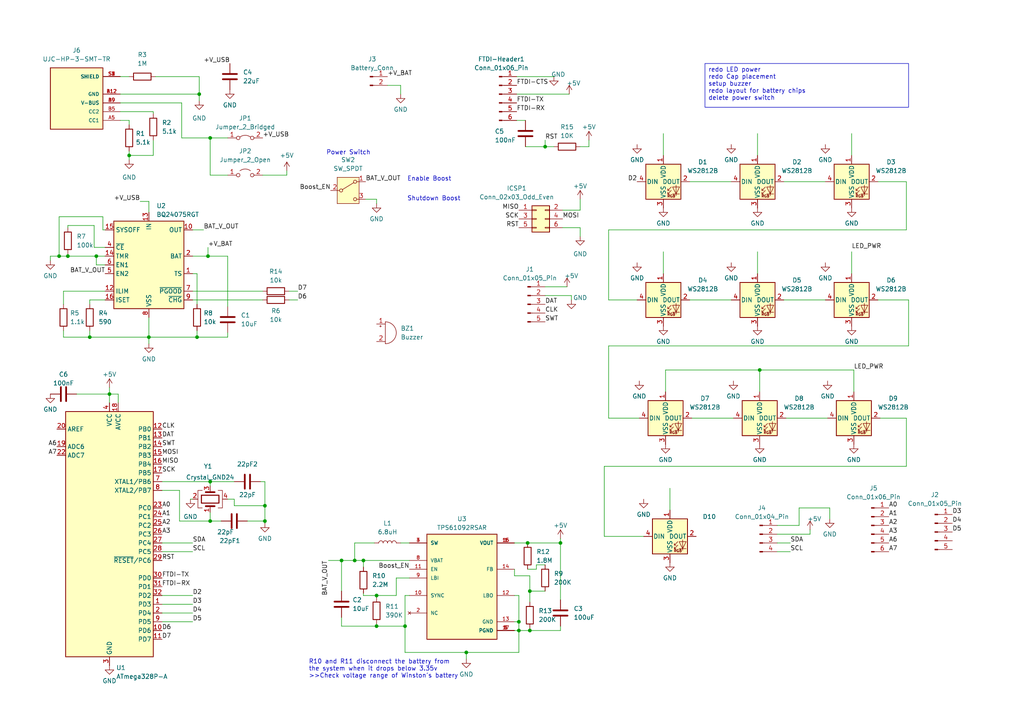
<source format=kicad_sch>
(kicad_sch (version 20230121) (generator eeschema)
  (paper "A4")
  (lib_symbols
    (symbol "Battery_Management:BQ24075RGT"
      (property "Reference" "U" (at -8.89 13.97 0))
      (property "Value" "BQ24075RGT" (at 16.51 13.97 0))
      (symbol "BQ24075RGT_1_1"
        (pin passive line (at 12.7 -2.54 180) (length 2.54) (name "TS") (number "1"))
        (pin power_out line (at 12.7 10.16 180) (length 2.54) (name "OUT") (number "10"))
        (pin passive line (at 12.7 10.16 180) (length 2.54) hide (name "OUT") (number "11"))
        (pin passive line (at -12.7 -7.62 0) (length 2.54) (name "ILIM") (number "12"))
        (pin power_in line (at 0 15.24 270) (length 2.54) (name "IN") (number "13"))
        (pin input line (at -12.7 2.54 0) (length 2.54) (name "TMR") (number "14"))
        (pin input line (at -12.7 10.16 0) (length 2.54) (name "SYSOFF") (number "15"))
        (pin passive line (at -12.7 -10.16 0) (length 2.54) (name "ISET") (number "16"))
        (pin passive line (at 0 -15.24 90) (length 2.54) hide (name "VSS") (number "17"))
        (pin power_out line (at 12.7 2.54 180) (length 2.54) (name "BAT") (number "2"))
        (pin passive line (at 12.7 2.54 180) (length 2.54) hide (name "BAT") (number "3"))
        (pin input line (at -12.7 5.08 0) (length 2.54) (name "~{CE}") (number "4"))
        (pin input line (at -12.7 -2.54 0) (length 2.54) (name "EN2") (number "5"))
        (pin input line (at -12.7 0 0) (length 2.54) (name "EN1") (number "6"))
        (pin open_collector line (at 12.7 -7.62 180) (length 2.54) (name "~{PGOOD}") (number "7"))
        (pin power_in line (at 0 -15.24 90) (length 2.54) (name "VSS") (number "8"))
        (pin open_collector line (at 12.7 -10.16 180) (length 2.54) (name "~{CHG}") (number "9"))
      )
    )
    (symbol "Connector:Conn_01x02_Pin" (pin_names (offset 1.016) hide)
      (property "Reference" "J" (at 0 2.54 0))
      (property "Value" "Conn_01x02_Pin" (at 0 -5.08 0))
      (symbol "Conn_01x02_Pin_1_1"
        (pin passive line (at 5.08 0 180) (length 3.81) (name "Pin_1") (number "1"))
        (pin passive line (at 5.08 -2.54 180) (length 3.81) (name "Pin_2") (number "2"))
      )
    )
    (symbol "Connector:Conn_01x04_Pin" (pin_names (offset 1.016) hide)
      (property "Reference" "J" (at 0 5.08 0))
      (property "Value" "Conn_01x04_Pin" (at 0 -7.62 0))
      (symbol "Conn_01x04_Pin_1_1"
        (pin passive line (at 5.08 2.54 180) (length 3.81) (name "Pin_1") (number "1"))
        (pin passive line (at 5.08 0 180) (length 3.81) (name "Pin_2") (number "2"))
        (pin passive line (at 5.08 -2.54 180) (length 3.81) (name "Pin_3") (number "3"))
        (pin passive line (at 5.08 -5.08 180) (length 3.81) (name "Pin_4") (number "4"))
      )
    )
    (symbol "Connector:Conn_01x05_Pin" (pin_names (offset 1.016) hide)
      (property "Reference" "J" (at 0 7.62 0))
      (property "Value" "Conn_01x05_Pin" (at 0 -7.62 0))
      (symbol "Conn_01x05_Pin_1_1"
        (pin passive line (at 5.08 5.08 180) (length 3.81) (name "Pin_1") (number "1"))
        (pin passive line (at 5.08 2.54 180) (length 3.81) (name "Pin_2") (number "2"))
        (pin passive line (at 5.08 0 180) (length 3.81) (name "Pin_3") (number "3"))
        (pin passive line (at 5.08 -2.54 180) (length 3.81) (name "Pin_4") (number "4"))
        (pin passive line (at 5.08 -5.08 180) (length 3.81) (name "Pin_5") (number "5"))
      )
    )
    (symbol "Connector:Conn_01x06_Pin" (pin_names (offset 1.016) hide)
      (property "Reference" "J" (at 0 7.62 0))
      (property "Value" "Conn_01x06_Pin" (at 0 -10.16 0))
      (symbol "Conn_01x06_Pin_1_1"
        (pin passive line (at 5.08 5.08 180) (length 3.81) (name "Pin_1") (number "1"))
        (pin passive line (at 5.08 2.54 180) (length 3.81) (name "Pin_2") (number "2"))
        (pin passive line (at 5.08 0 180) (length 3.81) (name "Pin_3") (number "3"))
        (pin passive line (at 5.08 -2.54 180) (length 3.81) (name "Pin_4") (number "4"))
        (pin passive line (at 5.08 -5.08 180) (length 3.81) (name "Pin_5") (number "5"))
        (pin passive line (at 5.08 -7.62 180) (length 3.81) (name "Pin_6") (number "6"))
      )
    )
    (symbol "Connector_Generic:Conn_02x03_Odd_Even" (pin_names (offset 1.016) hide)
      (property "Reference" "J" (at 1.27 5.08 0))
      (property "Value" "Conn_02x03_Odd_Even" (at 1.27 -5.08 0))
      (symbol "Conn_02x03_Odd_Even_1_1"
        (pin passive line (at -5.08 2.54 0) (length 3.81) (name "Pin_1") (number "1"))
        (pin passive line (at 7.62 2.54 180) (length 3.81) (name "Pin_2") (number "2"))
        (pin passive line (at -5.08 0 0) (length 3.81) (name "Pin_3") (number "3"))
        (pin passive line (at 7.62 0 180) (length 3.81) (name "Pin_4") (number "4"))
        (pin passive line (at -5.08 -2.54 0) (length 3.81) (name "Pin_5") (number "5"))
        (pin passive line (at 7.62 -2.54 180) (length 3.81) (name "Pin_6") (number "6"))
      )
    )
    (symbol "Device:Buzzer" (pin_names (offset 0.0254) hide)
      (property "Reference" "BZ" (at 3.81 1.27 0))
      (property "Value" "Buzzer" (at 3.81 -1.27 0))
      (symbol "Buzzer_1_1"
        (pin passive line (at -2.54 2.54 0) (length 2.54) (name "+") (number "1"))
        (pin passive line (at -2.54 -2.54 0) (length 2.54) (name "-") (number "2"))
      )
    )
    (symbol "Device:C" (pin_numbers hide) (pin_names (offset 0.254))
      (property "Reference" "C" (at 0.635 2.54 0))
      (property "Value" "C" (at 0.635 -2.54 0))
      (symbol "C_1_1"
        (pin passive line (at 0 3.81 270) (length 2.794) (name "~") (number "1"))
        (pin passive line (at 0 -3.81 90) (length 2.794) (name "~") (number "2"))
      )
    )
    (symbol "Device:Crystal_GND24" (pin_names (offset 1.016) hide)
      (property "Reference" "Y" (at 3.175 5.08 0))
      (property "Value" "Crystal_GND24" (at 3.175 3.175 0))
      (symbol "Crystal_GND24_1_1"
        (pin passive line (at -3.81 0 0) (length 1.27) (name "1") (number "1"))
        (pin passive line (at 0 5.08 270) (length 1.27) (name "2") (number "2"))
        (pin passive line (at 3.81 0 180) (length 1.27) (name "3") (number "3"))
        (pin passive line (at 0 -5.08 90) (length 1.27) (name "4") (number "4"))
      )
    )
    (symbol "Device:L" (pin_numbers hide) (pin_names (offset 1.016) hide)
      (property "Reference" "L" (at -1.27 0 90))
      (property "Value" "L" (at 1.905 0 90))
      (symbol "L_1_1"
        (pin passive line (at 0 3.81 270) (length 1.27) (name "1") (number "1"))
        (pin passive line (at 0 -3.81 90) (length 1.27) (name "2") (number "2"))
      )
    )
    (symbol "Device:R" (pin_numbers hide) (pin_names (offset 0))
      (property "Reference" "R" (at 2.032 0 90))
      (property "Value" "R" (at 0 0 90))
      (symbol "R_1_1"
        (pin passive line (at 0 3.81 270) (length 1.27) (name "~") (number "1"))
        (pin passive line (at 0 -3.81 90) (length 1.27) (name "~") (number "2"))
      )
    )
    (symbol "Jumper:Jumper_2_Bridged" (pin_names (offset 0) hide)
      (property "Reference" "JP" (at 0 1.905 0))
      (property "Value" "Jumper_2_Bridged" (at 0 -2.54 0))
      (symbol "Jumper_2_Bridged_1_1"
        (pin passive line (at -5.08 0 0) (length 2.54) (name "A") (number "1"))
        (pin passive line (at 5.08 0 180) (length 2.54) (name "B") (number "2"))
      )
    )
    (symbol "Jumper:Jumper_2_Open" (pin_names (offset 0) hide)
      (property "Reference" "JP" (at 0 2.794 0))
      (property "Value" "Jumper_2_Open" (at 0 -2.286 0))
      (symbol "Jumper_2_Open_1_1"
        (pin passive line (at -5.08 0 0) (length 2.54) (name "A") (number "1"))
        (pin passive line (at 5.08 0 180) (length 2.54) (name "B") (number "2"))
      )
    )
    (symbol "LED:WS2812B" (pin_names (offset 0.254))
      (property "Reference" "D" (at 5.08 5.715 0))
      (property "Value" "WS2812B" (at 1.27 -5.715 0))
      (symbol "WS2812B_0_0"
        (text "RGB" (at 2.286 -4.191 0) (effects (font (size 0.762 0.762))))
      )
      (symbol "WS2812B_1_1"
        (pin power_in line (at 0 7.62 270) (length 2.54) (name "VDD") (number "1"))
        (pin output line (at 7.62 0 180) (length 2.54) (name "DOUT") (number "2"))
        (pin power_in line (at 0 -7.62 90) (length 2.54) (name "VSS") (number "3"))
        (pin input line (at -7.62 0 0) (length 2.54) (name "DIN") (number "4"))
      )
    )
    (symbol "MCU_Microchip_ATmega:ATmega328P-A"
      (property "Reference" "U" (at -12.7 36.83 0))
      (property "Value" "ATmega328P-A" (at 2.54 -36.83 0))
      (symbol "ATmega328P-A_1_1"
        (pin bidirectional line (at 15.24 -20.32 180) (length 2.54) (name "PD3") (number "1"))
        (pin bidirectional line (at 15.24 -27.94 180) (length 2.54) (name "PD6") (number "10"))
        (pin bidirectional line (at 15.24 -30.48 180) (length 2.54) (name "PD7") (number "11"))
        (pin bidirectional line (at 15.24 30.48 180) (length 2.54) (name "PB0") (number "12"))
        (pin bidirectional line (at 15.24 27.94 180) (length 2.54) (name "PB1") (number "13"))
        (pin bidirectional line (at 15.24 25.4 180) (length 2.54) (name "PB2") (number "14"))
        (pin bidirectional line (at 15.24 22.86 180) (length 2.54) (name "PB3") (number "15"))
        (pin bidirectional line (at 15.24 20.32 180) (length 2.54) (name "PB4") (number "16"))
        (pin bidirectional line (at 15.24 17.78 180) (length 2.54) (name "PB5") (number "17"))
        (pin power_in line (at 2.54 38.1 270) (length 2.54) (name "AVCC") (number "18"))
        (pin input line (at -15.24 25.4 0) (length 2.54) (name "ADC6") (number "19"))
        (pin bidirectional line (at 15.24 -22.86 180) (length 2.54) (name "PD4") (number "2"))
        (pin passive line (at -15.24 30.48 0) (length 2.54) (name "AREF") (number "20"))
        (pin passive line (at 0 -38.1 90) (length 2.54) hide (name "GND") (number "21"))
        (pin input line (at -15.24 22.86 0) (length 2.54) (name "ADC7") (number "22"))
        (pin bidirectional line (at 15.24 7.62 180) (length 2.54) (name "PC0") (number "23"))
        (pin bidirectional line (at 15.24 5.08 180) (length 2.54) (name "PC1") (number "24"))
        (pin bidirectional line (at 15.24 2.54 180) (length 2.54) (name "PC2") (number "25"))
        (pin bidirectional line (at 15.24 0 180) (length 2.54) (name "PC3") (number "26"))
        (pin bidirectional line (at 15.24 -2.54 180) (length 2.54) (name "PC4") (number "27"))
        (pin bidirectional line (at 15.24 -5.08 180) (length 2.54) (name "PC5") (number "28"))
        (pin bidirectional line (at 15.24 -7.62 180) (length 2.54) (name "~{RESET}/PC6") (number "29"))
        (pin power_in line (at 0 -38.1 90) (length 2.54) (name "GND") (number "3"))
        (pin bidirectional line (at 15.24 -12.7 180) (length 2.54) (name "PD0") (number "30"))
        (pin bidirectional line (at 15.24 -15.24 180) (length 2.54) (name "PD1") (number "31"))
        (pin bidirectional line (at 15.24 -17.78 180) (length 2.54) (name "PD2") (number "32"))
        (pin power_in line (at 0 38.1 270) (length 2.54) (name "VCC") (number "4"))
        (pin passive line (at 0 -38.1 90) (length 2.54) hide (name "GND") (number "5"))
        (pin passive line (at 0 38.1 270) (length 2.54) hide (name "VCC") (number "6"))
        (pin bidirectional line (at 15.24 15.24 180) (length 2.54) (name "XTAL1/PB6") (number "7"))
        (pin bidirectional line (at 15.24 12.7 180) (length 2.54) (name "XTAL2/PB7") (number "8"))
        (pin bidirectional line (at 15.24 -25.4 180) (length 2.54) (name "PD5") (number "9"))
      )
    )
    (symbol "Switch:SW_SPDT" (pin_names (offset 0) hide)
      (property "Reference" "SW" (at 0 5.08 0))
      (property "Value" "SW_SPDT" (at 0 -5.08 0))
      (symbol "SW_SPDT_1_1"
        (pin passive line (at 5.08 2.54 180) (length 2.54) (name "A") (number "1"))
        (pin passive line (at -5.08 0 0) (length 2.54) (name "B") (number "2"))
        (pin passive line (at 5.08 -2.54 180) (length 2.54) (name "C") (number "3"))
      )
    )
    (symbol "TPS61092RSAR:TPS61092RSAR" (pin_names (offset 1.016))
      (property "Reference" "U" (at -10.16 16.002 0))
      (property "Value" "TPS61092RSAR" (at -10.16 -17.78 0))
      (symbol "TPS61092RSAR_0_0"
        (pin output line (at 15.24 12.7 180) (length 5.08) (name "VOUT") (number "1"))
        (pin input line (at -15.24 -2.54 0) (length 5.08) (name "SYNC") (number "10"))
        (pin input line (at -15.24 5.08 0) (length 5.08) (name "EN") (number "11"))
        (pin output line (at 15.24 -2.54 180) (length 5.08) (name "LBO") (number "12"))
        (pin power_in line (at 15.24 -10.16 180) (length 5.08) (name "GND") (number "13"))
        (pin input line (at 15.24 5.08 180) (length 5.08) (name "FB") (number "14"))
        (pin output line (at 15.24 12.7 180) (length 5.08) (name "VOUT") (number "15"))
        (pin output line (at 15.24 12.7 180) (length 5.08) (name "VOUT") (number "16"))
        (pin power_in line (at 15.24 -12.7 180) (length 5.08) (name "PGND") (number "17"))
        (pin no_connect line (at -15.24 -7.62 0) (length 5.08) (name "NC") (number "2"))
        (pin input line (at -15.24 12.7 0) (length 5.08) (name "SW") (number "3"))
        (pin input line (at -15.24 12.7 0) (length 5.08) (name "SW") (number "4"))
        (pin power_in line (at 15.24 -12.7 180) (length 5.08) (name "PGND") (number "5"))
        (pin power_in line (at 15.24 -12.7 180) (length 5.08) (name "PGND") (number "6"))
        (pin power_in line (at 15.24 -12.7 180) (length 5.08) (name "PGND") (number "7"))
        (pin input line (at -15.24 7.62 0) (length 5.08) (name "VBAT") (number "8"))
        (pin input line (at -15.24 2.54 0) (length 5.08) (name "LBI") (number "9"))
      )
    )
    (symbol "UJC-HP-3-SMT-TR:UJC-HP-3-SMT-TR" (pin_names (offset 1.016))
      (property "Reference" "J" (at -7.62 8.89 0))
      (property "Value" "UJC-HP-3-SMT-TR" (at -7.62 -11.43 0))
      (symbol "UJC-HP-3-SMT-TR_0_0"
        (pin power_in line (at -12.7 -2.54 0) (length 5.08) (name "GND") (number "A12"))
        (pin bidirectional line (at -12.7 5.08 0) (length 5.08) (name "CC1") (number "A5"))
        (pin power_in line (at -12.7 0 0) (length 5.08) (name "V-BUS") (number "A9"))
        (pin power_in line (at -12.7 -2.54 0) (length 5.08) (name "GND") (number "B12"))
        (pin bidirectional line (at -12.7 2.54 0) (length 5.08) (name "CC2") (number "B5"))
        (pin power_in line (at -12.7 0 0) (length 5.08) (name "V-BUS") (number "B9"))
        (pin passive line (at -12.7 -7.62 0) (length 5.08) (name "SHIELD") (number "S1"))
        (pin passive line (at -12.7 -7.62 0) (length 5.08) (name "SHIELD") (number "S2"))
        (pin passive line (at -12.7 -7.62 0) (length 5.08) (name "SHIELD") (number "S3"))
        (pin passive line (at -12.7 -7.62 0) (length 5.08) (name "SHIELD") (number "S4"))
      )
    )
    (symbol "power:+5V" (power) (pin_names (offset 0))
      (property "Value" "+5V" (at 0 3.556 0))
      (symbol "+5V_1_1"
        (pin power_in line (at 0 0 90) (length 0) hide (name "+5V") (number "1"))
      )
    )
    (symbol "power:GND" (power) (pin_names (offset 0))
      (property "Value" "GND" (at 0 -3.81 0))
      (symbol "GND_1_1"
        (pin power_in line (at 0 0 270) (length 0) hide (name "GND") (number "1"))
      )
    )
  )
  (junction (at 57.15 97.79))
  (junction (at 60.96 151.13))
  (junction (at 105.41 162.56))
  (junction (at 27.94 74.295))
  (junction (at 135.255 189.23))
  (junction (at 26.035 97.79))
  (junction (at 60.325 74.295))
  (junction (at 150.495 180.34))
  (junction (at 162.56 157.48))
  (junction (at 102.87 162.56))
  (junction (at 109.22 181.61))
  (junction (at 60.96 139.7))
  (junction (at 150.495 182.88))
  (junction (at 158.115 42.545))
  (junction (at 37.465 45.085))
  (junction (at 19.685 74.295))
  (junction (at 220.345 107.315))
  (junction (at 60.96 40.005))
  (junction (at 17.145 74.295))
  (junction (at 57.785 27.305))
  (junction (at 31.75 114.3))
  (junction (at 117.475 181.61))
  (junction (at 76.835 151.13))
  (junction (at 99.06 162.56))
  (junction (at 153.67 171.45))
  (junction (at 153.67 182.88))
  (junction (at 76.835 146.685))
  (junction (at 43.18 97.79))
  (junction (at 153.035 157.48))
  (junction (at 109.22 172.72))
  (wire (pts (xy 227.33 52.705) (xy 239.395 52.705)))
  (wire (pts (xy 149.225 172.72) (xy 150.495 172.72)))
  (wire (pts (xy 168.275 57.785) (xy 168.275 60.96)))
  (wire (pts (xy 106.045 57.785) (xy 109.22 57.785)))
  (wire (pts (xy 240.665 147.32) (xy 240.665 150.495)))
  (wire (pts (xy 149.225 180.34) (xy 150.495 180.34)))
  (wire (pts (xy 34.925 27.305) (xy 57.785 27.305)))
  (wire (pts (xy 57.15 95.885) (xy 57.15 97.79)))
  (wire (pts (xy 153.67 182.245) (xy 153.67 182.88)))
  (wire (pts (xy 30.48 84.455) (xy 18.415 84.455)))
  (wire (pts (xy 176.53 86.995) (xy 184.785 86.995)))
  (wire (pts (xy 117.475 189.23) (xy 135.255 189.23)))
  (wire (pts (xy 176.53 121.285) (xy 185.42 121.285)))
  (wire (pts (xy 46.99 139.7) (xy 60.96 139.7)))
  (wire (pts (xy 27.94 76.835) (xy 27.94 74.295)))
  (wire (pts (xy 30.48 71.755) (xy 27.305 71.755)))
  (wire (pts (xy 170.815 42.545) (xy 170.815 40.64)))
  (wire (pts (xy 55.88 84.455) (xy 76.2 84.455)))
  (wire (pts (xy 175.26 135.255) (xy 175.26 155.575)))
  (wire (pts (xy 60.96 139.7) (xy 67.945 139.7)))
  (wire (pts (xy 231.775 147.32) (xy 240.665 147.32)))
  (wire (pts (xy 225.425 152.4) (xy 231.775 152.4)))
  (wire (pts (xy 200.66 121.285) (xy 212.725 121.285)))
  (wire (pts (xy 200.025 52.705) (xy 212.09 52.705)))
  (wire (pts (xy 30.48 86.995) (xy 26.035 86.995)))
  (wire (pts (xy 158.115 42.545) (xy 160.655 42.545)))
  (wire (pts (xy 99.06 162.56) (xy 95.25 162.56)))
  (wire (pts (xy 60.96 148.59) (xy 60.96 151.13)))
  (wire (pts (xy 52.07 142.24) (xy 52.07 151.13)))
  (wire (pts (xy 37.465 45.085) (xy 37.465 43.815)))
  (wire (pts (xy 234.95 154.94) (xy 225.425 154.94)))
  (wire (pts (xy 57.15 97.79) (xy 66.04 97.79)))
  (wire (pts (xy 55.88 86.995) (xy 76.2 86.995)))
  (wire (pts (xy 109.22 172.72) (xy 109.22 173.355)))
  (wire (pts (xy 158.115 85.725) (xy 165.735 85.725)))
  (wire (pts (xy 262.89 66.675) (xy 176.53 66.675)))
  (wire (pts (xy 99.06 179.07) (xy 99.06 181.61)))
  (wire (pts (xy 162.56 173.99) (xy 162.56 157.48)))
  (wire (pts (xy 34.925 34.925) (xy 37.465 34.925)))
  (wire (pts (xy 66.04 74.295) (xy 66.04 88.9)))
  (wire (pts (xy 135.255 191.135) (xy 135.255 189.23)))
  (wire (pts (xy 109.22 180.975) (xy 109.22 181.61)))
  (wire (pts (xy 168.275 60.96) (xy 163.195 60.96)))
  (wire (pts (xy 149.225 157.48) (xy 153.035 157.48)))
  (wire (pts (xy 55.245 144.78) (xy 55.88 144.78)))
  (wire (pts (xy 37.465 45.085) (xy 44.45 45.085)))
  (wire (pts (xy 254.635 86.995) (xy 263.525 86.995)))
  (wire (pts (xy 155.575 163.83) (xy 155.575 165.1)))
  (wire (pts (xy 227.965 121.285) (xy 240.03 121.285)))
  (wire (pts (xy 34.925 22.225) (xy 37.465 22.225)))
  (wire (pts (xy 29.845 62.865) (xy 17.145 62.865)))
  (wire (pts (xy 76.835 139.7) (xy 76.835 146.685)))
  (wire (pts (xy 225.425 160.02) (xy 229.235 160.02)))
  (wire (pts (xy 117.475 172.72) (xy 117.475 181.61)))
  (wire (pts (xy 150.495 189.23) (xy 150.495 182.88)))
  (wire (pts (xy 168.275 42.545) (xy 170.815 42.545)))
  (wire (pts (xy 40.64 58.42) (xy 43.18 58.42)))
  (wire (pts (xy 57.785 27.305) (xy 57.785 29.21)))
  (wire (pts (xy 60.96 140.97) (xy 60.96 139.7)))
  (wire (pts (xy 46.99 172.72) (xy 55.88 172.72)))
  (wire (pts (xy 31.75 114.3) (xy 31.75 116.84)))
  (wire (pts (xy 17.145 74.295) (xy 19.685 74.295)))
  (wire (pts (xy 262.89 121.285) (xy 262.89 135.255)))
  (wire (pts (xy 158.115 83.185) (xy 164.465 83.185)))
  (wire (pts (xy 102.87 162.56) (xy 105.41 162.56)))
  (wire (pts (xy 105.41 172.72) (xy 105.41 172.085)))
  (wire (pts (xy 219.71 38.735) (xy 219.71 45.085)))
  (wire (pts (xy 162.56 156.21) (xy 162.56 157.48)))
  (wire (pts (xy 31.75 114.3) (xy 34.29 114.3)))
  (wire (pts (xy 102.87 157.48) (xy 102.87 162.56)))
  (wire (pts (xy 227.33 86.995) (xy 239.395 86.995)))
  (wire (pts (xy 150.495 182.88) (xy 153.67 182.88)))
  (wire (pts (xy 26.035 86.995) (xy 26.035 88.265)))
  (wire (pts (xy 34.925 32.385) (xy 44.45 32.385)))
  (wire (pts (xy 18.415 97.79) (xy 26.035 97.79)))
  (wire (pts (xy 175.26 155.575) (xy 186.69 155.575)))
  (wire (pts (xy 149.225 165.1) (xy 149.225 167.005)))
  (wire (pts (xy 22.225 114.3) (xy 31.75 114.3)))
  (wire (pts (xy 176.53 100.33) (xy 176.53 121.285)))
  (wire (pts (xy 17.145 62.865) (xy 17.145 74.295)))
  (wire (pts (xy 116.205 24.765) (xy 116.205 27.305)))
  (wire (pts (xy 55.88 74.295) (xy 60.325 74.295)))
  (wire (pts (xy 234.95 153.67) (xy 234.95 154.94)))
  (wire (pts (xy 34.29 114.3) (xy 34.29 116.84)))
  (wire (pts (xy 27.305 71.755) (xy 27.305 65.405)))
  (wire (pts (xy 66.04 96.52) (xy 66.04 97.79)))
  (wire (pts (xy 108.585 157.48) (xy 102.87 157.48)))
  (wire (pts (xy 149.86 22.225) (xy 160.655 22.225)))
  (wire (pts (xy 55.88 160.02) (xy 46.99 160.02)))
  (wire (pts (xy 57.15 79.375) (xy 57.15 88.265)))
  (wire (pts (xy 83.185 50.8) (xy 83.185 49.53)))
  (wire (pts (xy 26.035 97.79) (xy 43.18 97.79)))
  (wire (pts (xy 219.71 73.025) (xy 219.71 79.375)))
  (wire (pts (xy 247.015 38.735) (xy 247.015 45.085)))
  (wire (pts (xy 99.06 171.45) (xy 99.06 162.56)))
  (wire (pts (xy 149.225 167.005) (xy 153.67 167.005)))
  (wire (pts (xy 263.525 86.995) (xy 263.525 100.33)))
  (wire (pts (xy 60.96 151.13) (xy 64.135 151.13)))
  (wire (pts (xy 153.035 157.48) (xy 162.56 157.48)))
  (wire (pts (xy 37.465 34.925) (xy 37.465 36.195)))
  (wire (pts (xy 118.745 167.64) (xy 114.935 167.64)))
  (wire (pts (xy 60.325 71.755) (xy 60.325 74.295)))
  (wire (pts (xy 99.06 162.56) (xy 102.87 162.56)))
  (wire (pts (xy 153.67 182.88) (xy 162.56 182.88)))
  (wire (pts (xy 109.22 181.61) (xy 117.475 181.61)))
  (wire (pts (xy 168.275 66.04) (xy 163.195 66.04)))
  (wire (pts (xy 114.935 167.64) (xy 114.935 172.72)))
  (wire (pts (xy 149.86 27.305) (xy 165.1 27.305)))
  (wire (pts (xy 14.605 74.295) (xy 17.145 74.295)))
  (wire (pts (xy 55.88 66.675) (xy 59.055 66.675)))
  (wire (pts (xy 37.465 45.085) (xy 37.465 46.355)))
  (wire (pts (xy 109.22 172.72) (xy 114.935 172.72)))
  (wire (pts (xy 99.06 181.61) (xy 109.22 181.61)))
  (wire (pts (xy 153.67 167.005) (xy 153.67 171.45)))
  (wire (pts (xy 153.67 171.45) (xy 158.115 171.45)))
  (wire (pts (xy 158.115 163.83) (xy 155.575 163.83)))
  (wire (pts (xy 76.835 146.685) (xy 76.835 151.13)))
  (wire (pts (xy 262.89 135.255) (xy 175.26 135.255)))
  (wire (pts (xy 19.685 73.66) (xy 19.685 74.295)))
  (wire (pts (xy 150.495 182.88) (xy 149.225 182.88)))
  (wire (pts (xy 31.75 112.395) (xy 31.75 114.3)))
  (wire (pts (xy 52.705 29.845) (xy 52.705 40.005)))
  (wire (pts (xy 162.56 181.61) (xy 162.56 182.88)))
  (wire (pts (xy 200.025 86.995) (xy 212.09 86.995)))
  (wire (pts (xy 153.67 171.45) (xy 153.67 174.625)))
  (wire (pts (xy 46.99 142.24) (xy 52.07 142.24)))
  (wire (pts (xy 262.89 52.705) (xy 262.89 66.675)))
  (wire (pts (xy 105.41 172.72) (xy 109.22 172.72)))
  (wire (pts (xy 225.425 157.48) (xy 229.235 157.48)))
  (wire (pts (xy 149.86 34.925) (xy 152.4 34.925)))
  (wire (pts (xy 109.22 57.785) (xy 109.22 59.055)))
  (wire (pts (xy 263.525 100.33) (xy 176.53 100.33)))
  (wire (pts (xy 60.96 40.005) (xy 66.04 40.005)))
  (wire (pts (xy 27.94 74.295) (xy 30.48 74.295)))
  (wire (pts (xy 135.255 189.23) (xy 150.495 189.23)))
  (wire (pts (xy 150.495 172.72) (xy 150.495 180.34)))
  (wire (pts (xy 19.685 65.405) (xy 19.685 66.04)))
  (wire (pts (xy 55.88 157.48) (xy 46.99 157.48)))
  (wire (pts (xy 254.635 52.705) (xy 262.89 52.705)))
  (wire (pts (xy 57.785 22.225) (xy 57.785 27.305)))
  (wire (pts (xy 76.835 151.13) (xy 76.835 151.765)))
  (wire (pts (xy 46.99 175.26) (xy 55.88 175.26)))
  (wire (pts (xy 76.2 50.8) (xy 83.185 50.8)))
  (wire (pts (xy 255.27 121.285) (xy 262.89 121.285)))
  (wire (pts (xy 18.415 84.455) (xy 18.415 88.265)))
  (wire (pts (xy 118.745 172.72) (xy 117.475 172.72)))
  (wire (pts (xy 105.41 162.56) (xy 118.745 162.56)))
  (wire (pts (xy 116.205 157.48) (xy 118.745 157.48)))
  (wire (pts (xy 71.755 151.13) (xy 76.835 151.13)))
  (wire (pts (xy 158.115 42.545) (xy 158.115 40.64)))
  (wire (pts (xy 60.325 74.295) (xy 66.04 74.295)))
  (wire (pts (xy 168.275 68.58) (xy 168.275 66.04)))
  (wire (pts (xy 67.945 144.78) (xy 67.945 146.685)))
  (wire (pts (xy 83.82 86.995) (xy 86.36 86.995)))
  (wire (pts (xy 44.45 32.385) (xy 44.45 33.02)))
  (wire (pts (xy 105.41 162.56) (xy 105.41 164.465)))
  (wire (pts (xy 220.345 107.315) (xy 220.345 113.665)))
  (wire (pts (xy 194.31 141.605) (xy 194.31 147.955)))
  (wire (pts (xy 26.035 95.885) (xy 26.035 97.79)))
  (wire (pts (xy 247.65 107.315) (xy 247.65 113.665)))
  (wire (pts (xy 165.735 85.725) (xy 165.735 86.995)))
  (wire (pts (xy 45.085 22.225) (xy 57.785 22.225)))
  (wire (pts (xy 52.07 151.13) (xy 60.96 151.13)))
  (wire (pts (xy 86.36 84.455) (xy 83.82 84.455)))
  (wire (pts (xy 43.18 97.79) (xy 43.18 99.695)))
  (wire (pts (xy 67.945 146.685) (xy 76.835 146.685)))
  (wire (pts (xy 55.88 79.375) (xy 57.15 79.375)))
  (wire (pts (xy 66.04 144.78) (xy 67.945 144.78)))
  (wire (pts (xy 60.96 50.8) (xy 60.96 40.005)))
  (wire (pts (xy 29.845 66.675) (xy 29.845 62.865)))
  (wire (pts (xy 46.99 180.34) (xy 55.88 180.34)))
  (wire (pts (xy 193.04 107.315) (xy 220.345 107.315)))
  (wire (pts (xy 19.685 74.295) (xy 27.94 74.295)))
  (wire (pts (xy 19.685 65.405) (xy 27.305 65.405)))
  (wire (pts (xy 30.48 66.675) (xy 29.845 66.675)))
  (wire (pts (xy 43.18 97.79) (xy 57.15 97.79)))
  (wire (pts (xy 66.04 50.8) (xy 60.96 50.8)))
  (wire (pts (xy 150.495 180.34) (xy 150.495 182.88)))
  (wire (pts (xy 247.015 73.025) (xy 247.015 79.375)))
  (wire (pts (xy 52.705 40.005) (xy 60.96 40.005)))
  (wire (pts (xy 43.18 61.595) (xy 43.18 58.42)))
  (wire (pts (xy 30.48 76.835) (xy 27.94 76.835)))
  (wire (pts (xy 192.405 73.025) (xy 192.405 79.375)))
  (wire (pts (xy 112.395 24.765) (xy 116.205 24.765)))
  (wire (pts (xy 176.53 66.675) (xy 176.53 86.995)))
  (wire (pts (xy 152.4 42.545) (xy 158.115 42.545)))
  (wire (pts (xy 193.04 107.315) (xy 193.04 113.665)))
  (wire (pts (xy 43.18 92.075) (xy 43.18 97.79)))
  (wire (pts (xy 231.775 152.4) (xy 231.775 147.32)))
  (wire (pts (xy 18.415 95.885) (xy 18.415 97.79)))
  (wire (pts (xy 155.575 165.1) (xy 153.035 165.1)))
  (wire (pts (xy 34.925 29.845) (xy 52.705 29.845)))
  (wire (pts (xy 14.605 74.295) (xy 14.605 75.565)))
  (wire (pts (xy 220.345 107.315) (xy 247.65 107.315)))
  (wire (pts (xy 44.45 45.085) (xy 44.45 40.64)))
  (wire (pts (xy 192.405 38.735) (xy 192.405 45.085)))
  (wire (pts (xy 75.565 139.7) (xy 76.835 139.7)))
  (wire (pts (xy 46.99 177.8) (xy 55.88 177.8)))
  (wire (pts (xy 117.475 181.61) (xy 117.475 189.23)))
  (text_box "redo LED power\nredo Cap placement\nsetup buzzer\nredo layout for battery chips\ndelete power switch" (at 204.47 18.415 0) (size 59.055 12.7) (effects (font (size 1.27 1.27)) (justify left top)))
  (text "Enable Boost" (at 118.11 52.705 0) (effects (font (size 1.27 1.27)) (justify left bottom)))
  (text "R10 and R11 disconnect the battery from\nthe system when it drops below 3.35v\n>>Check voltage range of Winston's battery" (at 89.535 196.85 0) (effects (font (size 1.27 1.27)) (justify left bottom)))
  (text "Shutdown Boost" (at 118.11 58.42 0) (effects (font (size 1.27 1.27)) (justify left bottom)))
  (text "Power Switch" (at 94.615 45.085 0) (effects (font (size 1.27 1.27)) (justify left bottom)))
  (label "A6" (at 257.81 157.48 0))
  (label "SCK" (at 46.99 137.16 0))
  (label "A7" (at 16.51 132.08 180))
  (label "Boost_EN" (at 118.745 165.1 180))
  (label "FTDI-TX" (at 149.86 29.845 0))
  (label "SWT" (at 158.115 93.345 0))
  (label "BAT_V_OUT" (at 106.045 52.705 0))
  (label "D5" (at 276.225 154.305 0))
  (label "CLK" (at 46.99 124.46 0))
  (label "A0" (at 257.81 147.32 0))
  (label "A1" (at 46.99 149.86 0))
  (label "A7" (at 257.81 160.02 0))
  (label "SDA" (at 55.88 157.48 0))
  (label "SCK" (at 150.495 63.5 180))
  (label "D4" (at 55.88 177.8 0))
  (label "MOSI" (at 46.99 132.08 0))
  (label "BAT_V_OUT" (at 59.055 66.675 0))
  (label "FTDI-CTS" (at 149.86 24.765 0))
  (label "FTDI-TX" (at 46.99 167.64 0))
  (label "LED_PWR" (at 247.65 107.315 0))
  (label "SDA" (at 229.235 157.48 0))
  (label "A2" (at 46.99 152.4 0))
  (label "DAT" (at 158.115 88.265 0))
  (label "MOSI" (at 163.195 63.5 0))
  (label "D2" (at 184.785 52.705 180))
  (label "LED_PWR" (at 247.015 72.39 0))
  (label "A2" (at 257.81 152.4 0))
  (label "D3" (at 276.225 149.225 0))
  (label "BAT_V_OUT" (at 95.25 162.56 270))
  (label "RST" (at 46.99 162.56 0))
  (label "D7" (at 86.36 84.455 0))
  (label "RST" (at 158.115 40.64 0))
  (label "MISO" (at 150.495 60.96 180))
  (label "FTDI-RX" (at 46.99 170.18 0))
  (label "+V_USB" (at 76.2 40.005 0))
  (label "D5" (at 55.88 180.34 0))
  (label "SCL" (at 229.235 160.02 0))
  (label "A1" (at 257.81 149.86 0))
  (label "RST" (at 150.495 66.04 180))
  (label "BAT_V_OUT" (at 30.48 79.375 180))
  (label "A6" (at 16.51 129.54 180))
  (label "FTDI-RX" (at 149.86 32.385 0))
  (label "D6" (at 46.99 182.88 0))
  (label "+V_BAT" (at 60.325 71.755 0))
  (label "D7" (at 46.99 185.42 0))
  (label "D6" (at 86.36 86.995 0))
  (label "D3" (at 55.88 175.26 0))
  (label "+V_BAT" (at 112.395 22.225 0))
  (label "+V_USB" (at 66.675 18.415 180))
  (label "MISO" (at 46.99 134.62 0))
  (label "A0" (at 46.99 147.32 0))
  (label "CLK" (at 158.115 90.805 0))
  (label "DAT" (at 46.99 127 0))
  (label "A3" (at 257.81 154.94 0))
  (label "A3" (at 46.99 154.94 0))
  (label "+V_USB" (at 40.64 58.42 180))
  (label "Boost_EN" (at 95.885 55.245 180))
  (label "SCL" (at 55.88 160.02 0))
  (label "SWT" (at 46.99 129.54 0))
  (label "D2" (at 55.88 172.72 0))
  (label "D4" (at 276.225 151.765 0))
  (symbol (lib_id "power:GND") (at 212.09 76.2 0) (mirror y) (unit 1)
    (property "Reference" "#PWR020" (effects hide))
    (property "Value" "GND" (at 212.09 80.645 0))
  )
  (symbol (lib_id "Device:R") (at 41.275 22.225 270) (unit 1)
    (property "Reference" "R3" (at 41.275 15.875 90))
    (property "Value" "1M" (at 41.275 18.415 90))
    (property "Footprint" "Resistor_SMD:R_0603_1608Metric" (effects hide))
  )
  (symbol (lib_id "LED:WS2812B") (at 247.015 52.705 0) (unit 1)
    (property "Reference" "D3" (at 258.445 46.99 0))
    (property "Value" "WS2812B" (at 258.445 49.53 0))
    (property "Footprint" "LED_SMD:LED_WS2812B_PLCC4_5.0x5.0mm_P3.2mm" (effects hide))
    (property "Datasheet" "https://cdn-shop.adafruit.com/datasheets/WS2812B.pdf" (effects hide))
  )
  (symbol (lib_id "Device:Buzzer") (at 111.76 96.52 0) (unit 1)
    (property "Reference" "BZ1" (at 116.205 95.25 0) (effects (justify left)))
    (property "Value" "Buzzer" (at 116.205 97.79 0) (effects (justify left)))
    (property "Footprint" "Buzzer_Beeper:Buzzer_12x9.5RM7.6" (effects hide))
  )
  (symbol (lib_id "Jumper:Jumper_2_Open") (at 71.12 50.8 0) (unit 1)
    (property "Reference" "JP2" (at 71.12 43.815 0))
    (property "Value" "Jumper_2_Open" (at 71.12 46.355 0))
    (property "Footprint" "Jumper:SolderJumper-2_P1.3mm_Open_RoundedPad1.0x1.5mm" (effects hide))
  )
  (symbol (lib_id "LED:WS2812B") (at 192.405 52.705 0) (unit 1)
    (property "Reference" "D1" (at 203.835 46.99 0))
    (property "Value" "WS2812B" (at 203.835 49.53 0))
    (property "Footprint" "LED_SMD:LED_WS2812B_PLCC4_5.0x5.0mm_P3.2mm" (effects hide))
    (property "Datasheet" "https://cdn-shop.adafruit.com/datasheets/WS2812B.pdf" (effects hide))
  )
  (symbol (lib_id "Device:R") (at 164.465 42.545 90) (unit 1)
    (property "Reference" "R15" (at 164.465 36.83 90))
    (property "Value" "10K" (at 164.465 39.37 90))
  )
  (symbol (lib_id "Device:R") (at 105.41 168.275 0) (unit 1)
    (property "Reference" "R10" (at 107.95 167.005 0) (effects (justify left)))
    (property "Value" "2.2M" (at 107.95 169.545 0) (effects (justify left)))
    (property "Footprint" "Resistor_SMD:R_0603_1608Metric" (effects hide))
  )
  (symbol (lib_id "LED:WS2812B") (at 193.04 121.285 0) (unit 1)
    (property "Reference" "D7" (at 204.47 115.57 0))
    (property "Value" "WS2812B" (at 204.47 118.11 0))
    (property "Footprint" "LED_SMD:LED_WS2812B_PLCC4_5.0x5.0mm_P3.2mm" (effects hide))
    (property "Datasheet" "https://cdn-shop.adafruit.com/datasheets/WS2812B.pdf" (effects hide))
  )
  (symbol (lib_id "power:+5V") (at 165.1 27.305 0) (unit 1)
    (property "Reference" "#PWR08" (effects hide))
    (property "Value" "+5V" (at 166.37 24.13 0))
  )
  (symbol (lib_id "Device:C") (at 67.945 151.13 270) (unit 1)
    (property "Reference" "22pF1" (at 66.675 156.845 90))
    (property "Value" "22pF" (at 65.405 154.305 90))
    (property "Footprint" "Capacitor_SMD:C_0603_1608Metric" (effects hide))
    (property "LCSC" "C376875" (effects hide))
  )
  (symbol (lib_id "power:GND") (at 66.675 26.035 0) (unit 1)
    (property "Reference" "#PWR053" (effects hide))
    (property "Value" "GND" (at 66.675 30.48 0))
  )
  (symbol (lib_id "power:GND") (at 192.405 94.615 0) (unit 1)
    (property "Reference" "#PWR018" (effects hide))
    (property "Value" "GND" (at 192.405 99.06 0))
  )
  (symbol (lib_id "power:+5V") (at 83.185 49.53 0) (unit 1)
    (property "Reference" "#PWR054" (effects hide))
    (property "Value" "+5V" (at 83.185 45.085 0))
  )
  (symbol (lib_id "power:+5V") (at 170.815 40.64 0) (unit 1)
    (property "Reference" "#PWR09" (effects hide))
    (property "Value" "+5V" (at 170.815 36.83 0))
  )
  (symbol (lib_id "power:GND") (at 109.22 59.055 0) (unit 1)
    (property "Reference" "#PWR050" (effects hide))
    (property "Value" "GND" (at 109.22 63.5 0))
  )
  (symbol (lib_id "power:+5V") (at 162.56 156.21 0) (unit 1)
    (property "Reference" "#PWR052" (effects hide))
    (property "Value" "+5V" (at 162.56 152.4 0))
  )
  (symbol (lib_id "power:+5V") (at 234.95 153.67 0) (unit 1)
    (property "Reference" "#PWR044" (effects hide))
    (property "Value" "+5V" (at 236.22 150.495 0))
  )
  (symbol (lib_id "power:GND") (at 184.785 76.2 0) (mirror y) (unit 1)
    (property "Reference" "#PWR014" (effects hide))
    (property "Value" "GND" (at 184.785 80.645 0))
  )
  (symbol (lib_id "MCU_Microchip_ATmega:ATmega328P-A") (at 31.75 154.94 0) (unit 1)
    (property "Reference" "U1" (at 33.7059 193.675 0) (effects (justify left)))
    (property "Value" "ATmega328P-A" (at 33.7059 196.215 0) (effects (justify left)))
    (property "Footprint" "Package_QFP:TQFP-32_7x7mm_P0.8mm" (effects hide))
    (property "Datasheet" "http://ww1.microchip.com/downloads/en/DeviceDoc/ATmega328_P%20AVR%20MCU%20with%20picoPower%20Technology%20Data%20Sheet%2040001984A.pdf" (effects hide))
    (property "LCSC" "C132230" (effects hide))
  )
  (symbol (lib_id "Device:R") (at 80.01 86.995 270) (unit 1)
    (property "Reference" "R6" (at 80.01 90.17 90))
    (property "Value" "10k" (at 80.01 92.71 90))
    (property "Footprint" "Resistor_SMD:R_0603_1608Metric" (effects hide))
  )
  (symbol (lib_id "Device:R") (at 109.22 177.165 0) (unit 1)
    (property "Reference" "R11" (at 111.76 175.895 0) (effects (justify left)))
    (property "Value" "390K" (at 111.76 178.435 0) (effects (justify left)))
    (property "Footprint" "Resistor_SMD:R_0603_1608Metric" (effects hide))
  )
  (symbol (lib_id "Device:C") (at 99.06 175.26 0) (unit 1)
    (property "Reference" "C2" (at 102.235 173.99 0) (effects (justify left)))
    (property "Value" "10uF" (at 102.235 176.53 0) (effects (justify left)))
    (property "Footprint" "Capacitor_SMD:C_0603_1608Metric" (effects hide))
  )
  (symbol (lib_id "power:GND") (at 168.275 68.58 0) (unit 1)
    (property "Reference" "#PWR011" (effects hide))
    (property "Value" "GND" (at 168.275 73.66 0))
  )
  (symbol (lib_id "power:GND") (at 194.31 163.195 0) (unit 1)
    (property "Reference" "#PWR042" (effects hide))
    (property "Value" "GND" (at 194.31 167.64 0))
  )
  (symbol (lib_id "Jumper:Jumper_2_Bridged") (at 71.12 40.005 0) (unit 1)
    (property "Reference" "JP1" (at 71.12 34.29 0))
    (property "Value" "Jumper_2_Bridged" (at 71.12 36.83 0))
    (property "Footprint" "Jumper:SolderJumper-2_P1.3mm_Bridged2Bar_RoundedPad1.0x1.5mm" (effects hide))
  )
  (symbol (lib_id "power:GND") (at 185.42 110.49 0) (mirror y) (unit 1)
    (property "Reference" "#PWR031" (effects hide))
    (property "Value" "GND" (at 185.42 114.935 0))
  )
  (symbol (lib_id "LED:WS2812B") (at 219.71 86.995 0) (unit 1)
    (property "Reference" "D5" (at 231.14 81.28 0))
    (property "Value" "WS2812B" (at 231.14 83.82 0))
    (property "Footprint" "LED_SMD:LED_WS2812B_PLCC4_5.0x5.0mm_P3.2mm" (effects hide))
    (property "Datasheet" "https://cdn-shop.adafruit.com/datasheets/WS2812B.pdf" (effects hide))
  )
  (symbol (lib_id "power:GND") (at 219.71 60.325 0) (unit 1)
    (property "Reference" "#PWR022" (effects hide))
    (property "Value" "GND" (at 219.71 64.77 0))
  )
  (symbol (lib_id "Device:C") (at 66.04 92.71 0) (unit 1)
    (property "Reference" "C1" (at 69.85 91.44 0) (effects (justify left)))
    (property "Value" "10uF" (at 69.85 93.98 0) (effects (justify left)))
    (property "Footprint" "Capacitor_SMD:C_0603_1608Metric" (effects hide))
  )
  (symbol (lib_id "Battery_Management:BQ24075RGT") (at 43.18 76.835 0) (unit 1)
    (property "Reference" "U2" (at 45.3741 59.69 0) (effects (justify left)))
    (property "Value" "BQ24075RGT" (at 45.3741 62.23 0) (effects (justify left)))
    (property "Footprint" "Package_DFN_QFN:VQFN-16-1EP_3x3mm_P0.5mm_EP1.6x1.6mm" (effects hide))
    (property "Datasheet" "http://www.ti.com/lit/ds/symlink/bq24075.pdf" (effects hide))
  )
  (symbol (lib_id "LED:WS2812B") (at 247.015 86.995 0) (unit 1)
    (property "Reference" "D6" (at 258.445 81.28 0))
    (property "Value" "WS2812B" (at 258.445 83.82 0))
    (property "Footprint" "LED_SMD:LED_WS2812B_PLCC4_5.0x5.0mm_P3.2mm" (effects hide))
    (property "Datasheet" "https://cdn-shop.adafruit.com/datasheets/WS2812B.pdf" (effects hide))
  )
  (symbol (lib_id "LED:WS2812B") (at 192.405 86.995 0) (unit 1)
    (property "Reference" "D4" (at 203.835 81.28 0))
    (property "Value" "WS2812B" (at 203.835 83.82 0))
    (property "Footprint" "LED_SMD:LED_WS2812B_PLCC4_5.0x5.0mm_P3.2mm" (effects hide))
    (property "Datasheet" "https://cdn-shop.adafruit.com/datasheets/WS2812B.pdf" (effects hide))
  )
  (symbol (lib_id "Device:R") (at 18.415 92.075 0) (unit 1)
    (property "Reference" "R5" (at 20.32 90.805 0) (effects (justify left)))
    (property "Value" "1.1k" (at 20.32 93.345 0) (effects (justify left)))
    (property "Footprint" "Resistor_SMD:R_0603_1608Metric" (effects hide))
  )
  (symbol (lib_id "power:GND") (at 247.015 60.325 0) (unit 1)
    (property "Reference" "#PWR028" (effects hide))
    (property "Value" "GND" (at 247.015 64.77 0))
  )
  (symbol (lib_id "LED:WS2812B") (at 219.71 52.705 0) (unit 1)
    (property "Reference" "D2" (at 231.14 46.99 0))
    (property "Value" "WS2812B" (at 231.14 49.53 0))
    (property "Footprint" "LED_SMD:LED_WS2812B_PLCC4_5.0x5.0mm_P3.2mm" (effects hide))
    (property "Datasheet" "https://cdn-shop.adafruit.com/datasheets/WS2812B.pdf" (effects hide))
  )
  (symbol (lib_id "Device:R") (at 19.685 69.85 0) (unit 1)
    (property "Reference" "R7" (at 22.225 68.58 0) (effects (justify left)))
    (property "Value" "100k" (at 22.225 71.12 0) (effects (justify left)))
    (property "Footprint" "Resistor_SMD:R_0603_1608Metric" (effects hide))
  )
  (symbol (lib_id "power:GND") (at 186.69 144.78 0) (mirror y) (unit 1)
    (property "Reference" "#PWR040" (effects hide))
    (property "Value" "GND" (at 186.69 149.225 0))
  )
  (symbol (lib_id "Connector_Generic:Conn_02x03_Odd_Even") (at 155.575 63.5 0) (unit 1)
    (property "Reference" "ICSP1" (at 149.86 54.61 0))
    (property "Value" "Conn_02x03_Odd_Even" (at 149.86 57.15 0))
    (property "Footprint" "Connector_PinHeader_2.54mm:PinHeader_2x03_P2.54mm_Vertical" (effects hide))
  )
  (symbol (lib_id "TPS61092RSAR:TPS61092RSAR") (at 133.985 170.18 0) (unit 1)
    (property "Reference" "U3" (at 133.985 150.495 0))
    (property "Value" "TPS61092RSAR" (at 133.985 153.035 0))
    (property "Footprint" "TPS61092RSAR:CONV_TPS61092RSAR" (effects hide))
    (property "MF" "Texas Instruments" (effects hide))
    (property "MAXIMUM_PACKAGE_HEIGHT" "1 mm" (effects hide))
    (property "Package" "VQFN-16 Texas Instruments" (effects hide))
    (property "Price" "None" (effects hide))
    (property "Check_prices" "https://www.snapeda.com/parts/TPS61092RSAR/Texas+Instruments/view-part/?ref=eda" (effects hide))
    (property "STANDARD" "Manufacturer Recommendations" (effects hide))
    (property "PARTREV" "C" (effects hide))
    (property "SnapEDA_Link" "https://www.snapeda.com/parts/TPS61092RSAR/Texas+Instruments/view-part/?ref=snap" (effects hide))
    (property "SNAPEDA_PACKAGE_ID" "102618" (effects hide))
    (property "MP" "TPS61092RSAR" (effects hide))
    (property "Description" "\n                        \n                            5-V Output, 500-mA, 96% Efficient Boost Converter, 20uA, QFN-16\n                        \n" (effects hide))
    (property "MANUFACTURER" "Texas Instruments" (effects hide))
    (property "Availability" "In Stock" (effects hide))
    (property "SNAPEDA_PN" "TPS61092RSAR" (effects hide))
  )
  (symbol (lib_id "Device:R") (at 57.15 92.075 0) (unit 1)
    (property "Reference" "R8" (at 59.055 90.805 0) (effects (justify left)))
    (property "Value" "10k" (at 59.055 93.345 0) (effects (justify left)))
    (property "Footprint" "Resistor_SMD:R_0603_1608Metric" (effects hide))
  )
  (symbol (lib_id "Device:R") (at 37.465 40.005 0) (unit 1)
    (property "Reference" "R1" (at 39.37 38.735 0) (effects (justify left)))
    (property "Value" "5.1k" (at 39.37 41.275 0) (effects (justify left)))
    (property "Footprint" "Resistor_SMD:R_0603_1608Metric" (effects hide))
  )
  (symbol (lib_id "Device:C") (at 71.755 139.7 90) (unit 1)
    (property "Reference" "22pF2" (at 71.755 134.62 90))
    (property "Value" "22pF" (at 71.755 143.51 90))
    (property "Footprint" "Capacitor_SMD:C_0603_1608Metric" (effects hide))
    (property "LCSC" "C376875" (effects hide))
  )
  (symbol (lib_id "Device:R") (at 153.035 161.29 0) (unit 1)
    (property "Reference" "R12" (at 155.575 160.02 0) (effects (justify left)))
    (property "Value" "1.8M" (at 155.575 162.56 0) (effects (justify left)))
    (property "Footprint" "Capacitor_SMD:C_0603_1608Metric" (effects hide))
  )
  (symbol (lib_id "power:GND") (at 14.605 114.3 0) (unit 1)
    (property "Reference" "#PWR01" (effects hide))
    (property "Value" "GND" (at 14.605 118.745 0))
  )
  (symbol (lib_id "Connector:Conn_01x04_Pin") (at 220.345 154.94 0) (unit 1)
    (property "Reference" "J4" (at 220.98 147.32 0))
    (property "Value" "Conn_01x04_Pin" (at 220.98 149.86 0))
    (property "Footprint" "Connector_PinHeader_2.54mm:PinHeader_1x04_P2.54mm_Vertical" (effects hide))
  )
  (symbol (lib_id "power:GND") (at 160.655 22.225 0) (unit 1)
    (property "Reference" "#PWR07" (effects hide))
    (property "Value" "GND" (at 161.925 21.59 0))
  )
  (symbol (lib_id "Device:R") (at 158.115 167.64 0) (unit 1)
    (property "Reference" "R9" (at 160.655 166.37 0) (effects (justify left)))
    (property "Value" "200K" (at 160.655 168.91 0) (effects (justify left)))
    (property "Footprint" "Resistor_SMD:R_0603_1608Metric" (effects hide))
  )
  (symbol (lib_id "Connector:Conn_01x06_Pin") (at 252.73 152.4 0) (unit 1)
    (property "Reference" "J5" (at 253.365 141.605 0))
    (property "Value" "Conn_01x06_Pin" (at 253.365 144.145 0))
    (property "Footprint" "Connector_PinHeader_2.54mm:PinHeader_1x06_P2.54mm_Vertical" (effects hide))
  )
  (symbol (lib_id "LED:WS2812B") (at 194.31 155.575 0) (unit 1)
    (property "Reference" "D10" (at 205.74 149.86 0))
    (property "Value" "WS2812B" (effects hide))
    (property "Footprint" "LED_SMD:LED_WS2812B_PLCC4_5.0x5.0mm_P3.2mm" (effects hide))
    (property "Datasheet" "https://cdn-shop.adafruit.com/datasheets/WS2812B.pdf" (effects hide))
  )
  (symbol (lib_id "power:GND") (at 184.785 41.91 0) (mirror y) (unit 1)
    (property "Reference" "#PWR013" (effects hide))
    (property "Value" "GND" (at 184.785 46.355 0))
  )
  (symbol (lib_id "power:GND") (at 37.465 46.355 0) (unit 1)
    (property "Reference" "#PWR046" (effects hide))
    (property "Value" "GND" (at 37.465 51.435 0))
  )
  (symbol (lib_id "Device:L") (at 112.395 157.48 90) (unit 1)
    (property "Reference" "L1" (at 112.395 151.765 90))
    (property "Value" "6.8uH" (at 112.395 154.305 90))
    (property "Footprint" "Inductor_SMD:L_Bourns-SRN4018" (effects hide))
  )
  (symbol (lib_id "power:GND") (at 31.75 193.04 0) (unit 1)
    (property "Reference" "#PWR03" (effects hide))
    (property "Value" "GND" (at 31.75 197.485 0))
  )
  (symbol (lib_id "power:GND") (at 14.605 75.565 0) (unit 1)
    (property "Reference" "#PWR045" (effects hide))
    (property "Value" "GND" (at 14.605 80.01 0))
  )
  (symbol (lib_id "Connector:Conn_01x06_Pin") (at 144.78 27.305 0) (unit 1)
    (property "Reference" "FTDI-Header1" (at 145.415 17.145 0))
    (property "Value" "Conn_01x06_Pin" (at 145.415 19.685 0))
    (property "Footprint" "Connector_PinHeader_2.54mm:PinHeader_1x06_P2.54mm_Vertical" (effects hide))
  )
  (symbol (lib_id "power:GND") (at 43.18 99.695 0) (unit 1)
    (property "Reference" "#PWR048" (effects hide))
    (property "Value" "GND" (at 43.18 104.14 0))
  )
  (symbol (lib_id "Switch:SW_SPDT") (at 100.965 55.245 0) (unit 1)
    (property "Reference" "SW2" (at 100.965 46.355 0))
    (property "Value" "SW_SPDT" (at 100.965 48.895 0))
    (property "Footprint" "Button_Switch_THT:SW_Slide_1P2T_CK_OS102011MS2Q" (effects hide))
  )
  (symbol (lib_id "power:GND") (at 55.245 144.78 0) (unit 1)
    (property "Reference" "#PWR04" (effects hide))
    (property "Value" "GND" (at 55.245 149.86 0))
  )
  (symbol (lib_id "power:GND") (at 116.205 27.305 0) (unit 1)
    (property "Reference" "#PWR049" (effects hide))
    (property "Value" "GND" (at 116.205 31.75 0))
  )
  (symbol (lib_id "Connector:Conn_01x05_Pin") (at 153.035 88.265 0) (unit 1)
    (property "Reference" "J1" (at 153.67 78.105 0))
    (property "Value" "Conn_01x05_Pin" (at 153.67 80.645 0))
    (property "Footprint" "Connector_PinHeader_2.54mm:PinHeader_1x05_P2.54mm_Vertical" (effects hide))
  )
  (symbol (lib_id "power:GND") (at 212.725 110.49 0) (mirror y) (unit 1)
    (property "Reference" "#PWR034" (effects hide))
    (property "Value" "GND" (at 212.725 114.935 0))
  )
  (symbol (lib_id "power:GND") (at 247.015 94.615 0) (unit 1)
    (property "Reference" "#PWR030" (effects hide))
    (property "Value" "GND" (at 247.015 99.06 0))
  )
  (symbol (lib_id "Device:C") (at 66.675 22.225 0) (unit 1)
    (property "Reference" "C4" (at 70.485 20.955 0) (effects (justify left)))
    (property "Value" "22uF" (at 70.485 23.495 0) (effects (justify left)))
    (property "Footprint" "Capacitor_SMD:C_0603_1608Metric" (effects hide))
  )
  (symbol (lib_id "Device:C") (at 162.56 177.8 0) (unit 1)
    (property "Reference" "C3" (at 166.37 176.53 0) (effects (justify left)))
    (property "Value" "100uF" (at 166.37 179.07 0) (effects (justify left)))
    (property "Footprint" "Capacitor_SMD:C_0805_2012Metric" (effects hide))
  )
  (symbol (lib_id "power:+5V") (at 31.75 112.395 0) (unit 1)
    (property "Reference" "#PWR02" (effects hide))
    (property "Value" "+5V" (at 31.75 108.585 0))
  )
  (symbol (lib_id "power:GND") (at 212.09 41.91 0) (mirror y) (unit 1)
    (property "Reference" "#PWR019" (effects hide))
    (property "Value" "GND" (at 212.09 46.355 0))
  )
  (symbol (lib_id "Device:R") (at 26.035 92.075 0) (unit 1)
    (property "Reference" "R4" (at 28.575 90.805 0) (effects (justify left)))
    (property "Value" "590" (at 28.575 93.345 0) (effects (justify left)))
    (property "Footprint" "Resistor_SMD:R_0603_1608Metric" (effects hide))
  )
  (symbol (lib_id "power:GND") (at 240.665 150.495 0) (unit 1)
    (property "Reference" "#PWR043" (effects hide))
    (property "Value" "GND" (at 240.665 154.94 0))
  )
  (symbol (lib_id "UJC-HP-3-SMT-TR:UJC-HP-3-SMT-TR") (at 22.225 29.845 180) (unit 1)
    (property "Reference" "J6" (at 22.225 14.605 0))
    (property "Value" "UJC-HP-3-SMT-TR" (at 22.225 17.145 0))
    (property "Footprint" "UJC-HP-3-SMT-TR:CUI_UJC-HP-3-SMT-TR" (effects hide))
    (property "MF" "Same Sky" (effects hide))
    (property "MAXIMUM_PACKAGE_HEIGHT" "3.16mm" (effects hide))
    (property "Package" "Package" (effects hide))
    (property "Price" "None" (effects hide))
    (property "Check_prices" "https://www.snapeda.com/parts/UJC-HP-3-SMT-TR/Same+Sky/view-part/?ref=eda" (effects hide))
    (property "STANDARD" "Manufacturer recommendations" (effects hide))
    (property "PARTREV" "04/30/2020" (effects hide))
    (property "SnapEDA_Link" "https://www.snapeda.com/parts/UJC-HP-3-SMT-TR/Same+Sky/view-part/?ref=snap" (effects hide))
    (property "MP" "UJC-HP-3-SMT-TR" (effects hide))
    (property "Description" "\n                        \n                            Type C, 20 Vdc, 3 A, Right Angle, Surface Mount, Black Insulator, Power-Only USB Receptacle\n                        \n" (effects hide))
    (property "Availability" "In Stock" (effects hide))
    (property "MANUFACTURER" "CUI Devices" (effects hide))
  )
  (symbol (lib_id "Device:C") (at 152.4 38.735 0) (unit 1)
    (property "Reference" "C5" (at 143.51 38.1 0) (effects (justify left)))
    (property "Value" "100nF" (at 143.51 40.64 0) (effects (justify left)))
  )
  (symbol (lib_id "power:GND") (at 76.835 151.765 0) (unit 1)
    (property "Reference" "#PWR05" (effects hide))
    (property "Value" "GND" (at 76.835 156.21 0))
  )
  (symbol (lib_id "LED:WS2812B") (at 220.345 121.285 0) (unit 1)
    (property "Reference" "D8" (at 231.775 115.57 0))
    (property "Value" "WS2812B" (at 231.775 118.11 0))
    (property "Footprint" "LED_SMD:LED_WS2812B_PLCC4_5.0x5.0mm_P3.2mm" (effects hide))
    (property "Datasheet" "https://cdn-shop.adafruit.com/datasheets/WS2812B.pdf" (effects hide))
  )
  (symbol (lib_id "power:GND") (at 240.03 110.49 0) (mirror y) (unit 1)
    (property "Reference" "#PWR037" (effects hide))
    (property "Value" "GND" (at 240.03 114.935 0))
  )
  (symbol (lib_id "power:+5V") (at 168.275 57.785 0) (unit 1)
    (property "Reference" "#PWR010" (effects hide))
    (property "Value" "+5V" (at 168.275 53.975 0))
  )
  (symbol (lib_id "power:GND") (at 239.395 41.91 0) (mirror y) (unit 1)
    (property "Reference" "#PWR025" (effects hide))
    (property "Value" "GND" (at 239.395 46.355 0))
  )
  (symbol (lib_id "power:GND") (at 247.65 128.905 0) (unit 1)
    (property "Reference" "#PWR039" (effects hide))
    (property "Value" "GND" (at 247.65 133.35 0))
  )
  (symbol (lib_id "power:GND") (at 219.71 94.615 0) (unit 1)
    (property "Reference" "#PWR024" (effects hide))
    (property "Value" "GND" (at 219.71 99.06 0))
  )
  (symbol (lib_id "Device:R") (at 44.45 36.83 0) (unit 1)
    (property "Reference" "R2" (at 46.99 35.56 0) (effects (justify left)))
    (property "Value" "5.1k" (at 46.99 38.1 0) (effects (justify left)))
    (property "Footprint" "Resistor_SMD:R_0603_1608Metric" (effects hide))
  )
  (symbol (lib_id "power:GND") (at 193.04 128.905 0) (unit 1)
    (property "Reference" "#PWR033" (effects hide))
    (property "Value" "GND" (at 193.04 133.35 0))
  )
  (symbol (lib_id "Device:C") (at 18.415 114.3 90) (unit 1)
    (property "Reference" "C6" (at 18.415 108.585 90))
    (property "Value" "100nF" (at 18.415 111.125 90))
  )
  (symbol (lib_id "power:GND") (at 192.405 60.325 0) (unit 1)
    (property "Reference" "#PWR016" (effects hide))
    (property "Value" "GND" (at 192.405 64.77 0))
  )
  (symbol (lib_id "power:GND") (at 135.255 191.135 0) (unit 1)
    (property "Reference" "#PWR051" (effects hide))
    (property "Value" "GND" (at 135.255 195.58 0))
  )
  (symbol (lib_id "Connector:Conn_01x02_Pin") (at 107.315 22.225 0) (unit 1)
    (property "Reference" "J3" (at 107.95 17.145 0))
    (property "Value" "Battery_Conn" (at 107.95 19.685 0))
    (property "Footprint" "Connector_PinSocket_2.00mm:PinSocket_1x02_P2.00mm_Vertical" (effects hide))
  )
  (symbol (lib_id "Device:R") (at 80.01 84.455 90) (unit 1)
    (property "Reference" "R14" (at 80.01 78.74 90))
    (property "Value" "10k" (at 80.01 81.28 90))
    (property "Footprint" "Resistor_SMD:R_0603_1608Metric" (effects hide))
  )
  (symbol (lib_id "power:GND") (at 165.735 86.995 0) (unit 1)
    (property "Reference" "#PWR012" (effects hide))
    (property "Value" "GND" (at 168.275 86.36 0))
  )
  (symbol (lib_id "Device:R") (at 153.67 178.435 0) (unit 1)
    (property "Reference" "R13" (at 156.21 177.165 0) (effects (justify left)))
    (property "Value" "200K" (at 156.21 179.705 0) (effects (justify left)))
    (property "Footprint" "Resistor_SMD:R_0603_1608Metric" (effects hide))
  )
  (symbol (lib_id "power:GND") (at 57.785 29.21 0) (unit 1)
    (property "Reference" "#PWR047" (effects hide))
    (property "Value" "GND" (at 57.785 34.29 0))
  )
  (symbol (lib_id "LED:WS2812B") (at 247.65 121.285 0) (unit 1)
    (property "Reference" "D9" (at 259.08 115.57 0))
    (property "Value" "WS2812B" (at 259.08 118.11 0))
    (property "Footprint" "LED_SMD:LED_WS2812B_PLCC4_5.0x5.0mm_P3.2mm" (effects hide))
    (property "Datasheet" "https://cdn-shop.adafruit.com/datasheets/WS2812B.pdf" (effects hide))
  )
  (symbol (lib_id "Connector:Conn_01x05_Pin") (at 271.145 154.305 0) (unit 1)
    (property "Reference" "J2" (at 271.145 143.51 0))
    (property "Value" "Conn_01x05_Pin" (at 271.145 146.05 0))
    (property "Footprint" "Connector_PinHeader_2.54mm:PinHeader_1x05_P2.54mm_Vertical" (effects hide))
  )
  (symbol (lib_id "Device:Crystal_GND24") (at 60.96 144.78 90) (unit 1)
    (property "Reference" "Y1" (at 60.325 135.255 90))
    (property "Value" "Crystal_GND24" (at 60.96 138.43 90))
    (property "Footprint" "Crystal:Crystal_SMD_3225-4Pin_3.2x2.5mm_HandSoldering" (effects hide))
    (property "LCSC" "C1985977" (effects hide))
  )
  (symbol (lib_id "power:GND") (at 220.345 128.905 0) (unit 1)
    (property "Reference" "#PWR036" (effects hide))
    (property "Value" "GND" (at 220.345 133.35 0))
  )
  (symbol (lib_id "power:GND") (at 239.395 76.2 0) (mirror y) (unit 1)
    (property "Reference" "#PWR026" (effects hide))
    (property "Value" "GND" (at 239.395 80.645 0))
  )
  (symbol (lib_id "power:+5V") (at 164.465 83.185 0) (unit 1)
    (property "Reference" "#PWR06" (effects hide))
    (property "Value" "+5V" (at 165.735 80.01 0))
  )
)
</source>
